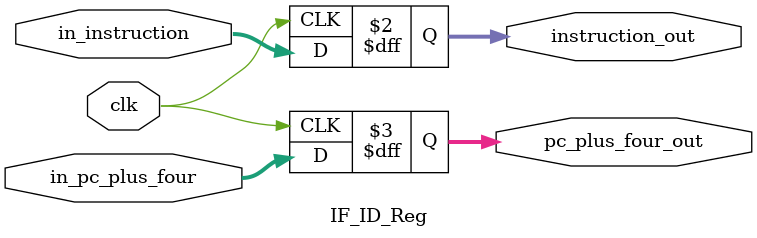
<source format=v>
module IF_ID_Reg(
	input clk,
	input [31:0] in_instruction,
	input [31:0] in_pc_plus_four,
	output reg [31:0] instruction_out,
	output reg [31:0] pc_plus_four_out
);

always @(posedge clk)
begin
	instruction_out <= in_instruction;
	pc_plus_four_out <= in_pc_plus_four;
end

endmodule

</source>
